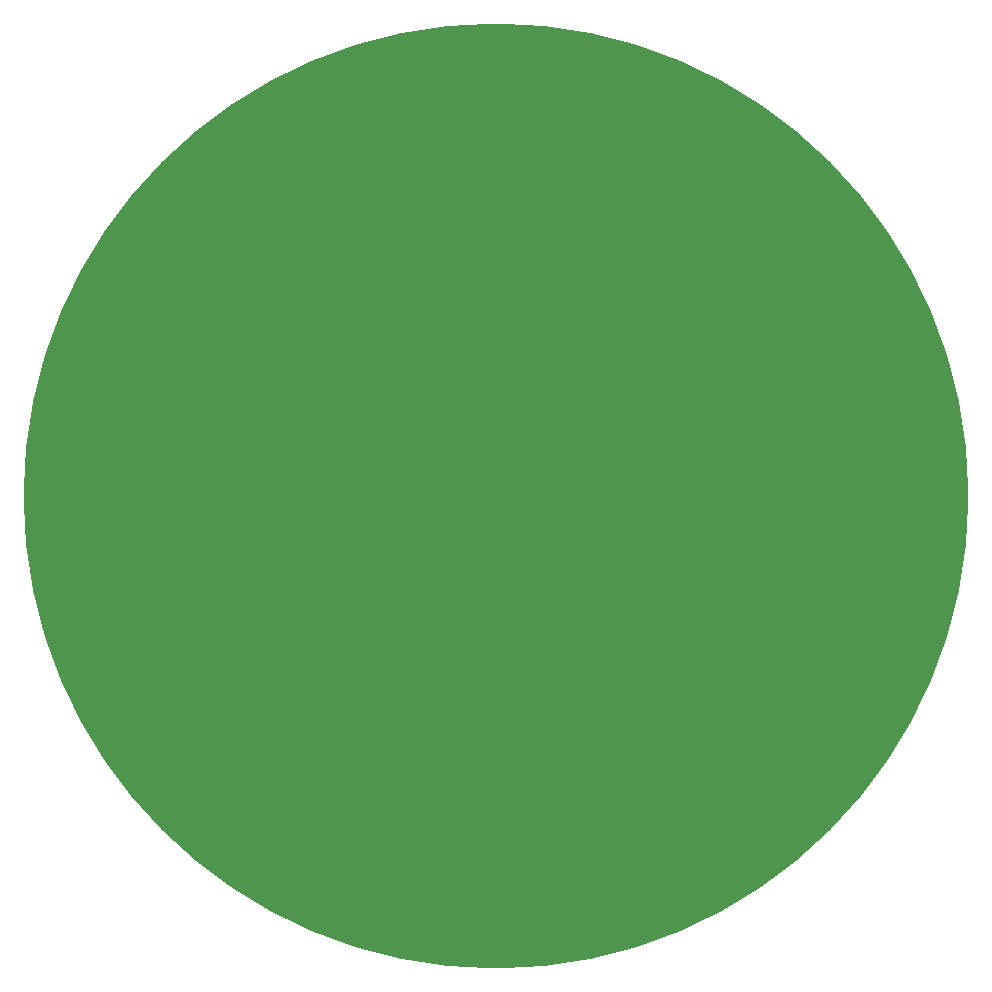
<source format=gtl>
G04 #@! TF.FileFunction,Copper,L1,Top,Signal*
%FSLAX46Y46*%
G04 Gerber Fmt 4.6, Leading zero omitted, Abs format (unit mm)*
G04 Created by KiCad (PCBNEW 4.0.7) date Fri Jul 20 16:51:51 2018*
%MOMM*%
%LPD*%
G01*
G04 APERTURE LIST*
%ADD10C,0.100000*%
%ADD11C,80.000000*%
%ADD12C,3.500120*%
G04 APERTURE END LIST*
D10*
D11*
X124460000Y-96520000D03*
D12*
X110236000Y-95250000D03*
M02*

</source>
